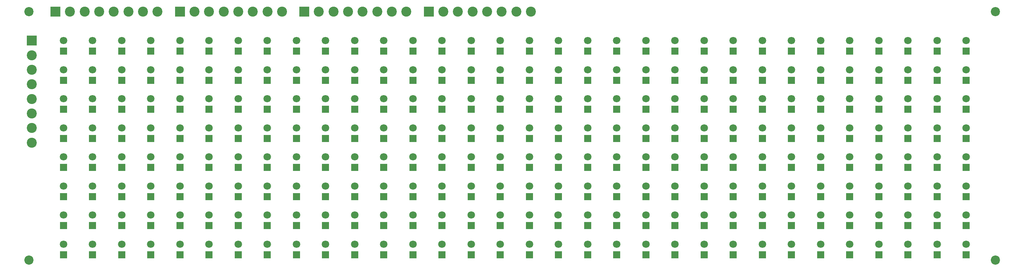
<source format=gbs>
G04 #@! TF.GenerationSoftware,KiCad,Pcbnew,(5.1.10)-1*
G04 #@! TF.CreationDate,2023-12-13T16:58:41-05:00*
G04 #@! TF.ProjectId,LED_Matrix_8x32_v2,4c45445f-4d61-4747-9269-785f38783332,rev?*
G04 #@! TF.SameCoordinates,Original*
G04 #@! TF.FileFunction,Soldermask,Bot*
G04 #@! TF.FilePolarity,Negative*
%FSLAX46Y46*%
G04 Gerber Fmt 4.6, Leading zero omitted, Abs format (unit mm)*
G04 Created by KiCad (PCBNEW (5.1.10)-1) date 2023-12-13 16:58:41*
%MOMM*%
%LPD*%
G01*
G04 APERTURE LIST*
%ADD10C,2.200000*%
%ADD11R,1.800000X1.800000*%
%ADD12C,1.800000*%
%ADD13C,2.400000*%
%ADD14R,2.400000X2.400000*%
G04 APERTURE END LIST*
D10*
G04 #@! TO.C,REF\u002A\u002A*
X247650000Y-16510000D03*
G04 #@! TD*
G04 #@! TO.C,REF\u002A\u002A*
X247650000Y-76200000D03*
G04 #@! TD*
G04 #@! TO.C,REF\u002A\u002A*
X15875000Y-76200000D03*
G04 #@! TD*
G04 #@! TO.C,REF\u002A\u002A*
X15875000Y-16510000D03*
G04 #@! TD*
D11*
G04 #@! TO.C,D256*
X240665000Y-74930000D03*
D12*
X240665000Y-72390000D03*
G04 #@! TD*
D11*
G04 #@! TO.C,D245*
X233680000Y-53975000D03*
D12*
X233680000Y-51435000D03*
G04 #@! TD*
D11*
G04 #@! TO.C,D244*
X233680000Y-46990000D03*
D12*
X233680000Y-44450000D03*
G04 #@! TD*
D11*
G04 #@! TO.C,D253*
X240665000Y-53975000D03*
D12*
X240665000Y-51435000D03*
G04 #@! TD*
D11*
G04 #@! TO.C,D255*
X240665000Y-67945000D03*
D12*
X240665000Y-65405000D03*
G04 #@! TD*
D11*
G04 #@! TO.C,D252*
X240665000Y-46990000D03*
D12*
X240665000Y-44450000D03*
G04 #@! TD*
D11*
G04 #@! TO.C,D246*
X233680000Y-60960000D03*
D12*
X233680000Y-58420000D03*
G04 #@! TD*
D11*
G04 #@! TO.C,D254*
X240665000Y-60960000D03*
D12*
X240665000Y-58420000D03*
G04 #@! TD*
D11*
G04 #@! TO.C,D248*
X233680000Y-74930000D03*
D12*
X233680000Y-72390000D03*
G04 #@! TD*
D11*
G04 #@! TO.C,D247*
X233680000Y-67945000D03*
D12*
X233680000Y-65405000D03*
G04 #@! TD*
D11*
G04 #@! TO.C,D250*
X240665000Y-33020000D03*
D12*
X240665000Y-30480000D03*
G04 #@! TD*
D11*
G04 #@! TO.C,D251*
X240665000Y-40005000D03*
D12*
X240665000Y-37465000D03*
G04 #@! TD*
D11*
G04 #@! TO.C,D134*
X135890000Y-60960000D03*
D12*
X135890000Y-58420000D03*
G04 #@! TD*
D11*
G04 #@! TO.C,D133*
X135890000Y-53975000D03*
D12*
X135890000Y-51435000D03*
G04 #@! TD*
D11*
G04 #@! TO.C,D132*
X135890000Y-46990000D03*
D12*
X135890000Y-44450000D03*
G04 #@! TD*
D11*
G04 #@! TO.C,D131*
X135890000Y-40005000D03*
D12*
X135890000Y-37465000D03*
G04 #@! TD*
D11*
G04 #@! TO.C,D127*
X128905000Y-67945000D03*
D12*
X128905000Y-65405000D03*
G04 #@! TD*
D11*
G04 #@! TO.C,D126*
X128905000Y-60960000D03*
D12*
X128905000Y-58420000D03*
G04 #@! TD*
D11*
G04 #@! TO.C,D135*
X135890000Y-67945000D03*
D12*
X135890000Y-65405000D03*
G04 #@! TD*
D11*
G04 #@! TO.C,D124*
X128905000Y-46990000D03*
D12*
X128905000Y-44450000D03*
G04 #@! TD*
D11*
G04 #@! TO.C,D119*
X121920000Y-67945000D03*
D12*
X121920000Y-65405000D03*
G04 #@! TD*
D11*
G04 #@! TO.C,D122*
X128905000Y-33020000D03*
D12*
X128905000Y-30480000D03*
G04 #@! TD*
D11*
G04 #@! TO.C,D118*
X121920000Y-60960000D03*
D12*
X121920000Y-58420000D03*
G04 #@! TD*
D11*
G04 #@! TO.C,D130*
X135890000Y-33020000D03*
D12*
X135890000Y-30480000D03*
G04 #@! TD*
D11*
G04 #@! TO.C,D120*
X121920000Y-74930000D03*
D12*
X121920000Y-72390000D03*
G04 #@! TD*
D11*
G04 #@! TO.C,D125*
X128905000Y-53975000D03*
D12*
X128905000Y-51435000D03*
G04 #@! TD*
D11*
G04 #@! TO.C,D128*
X128905000Y-74930000D03*
D12*
X128905000Y-72390000D03*
G04 #@! TD*
D11*
G04 #@! TO.C,D123*
X128905000Y-40005000D03*
D12*
X128905000Y-37465000D03*
G04 #@! TD*
D11*
G04 #@! TO.C,D158*
X156845000Y-60960000D03*
D12*
X156845000Y-58420000D03*
G04 #@! TD*
D11*
G04 #@! TO.C,D157*
X156845000Y-53975000D03*
D12*
X156845000Y-51435000D03*
G04 #@! TD*
D11*
G04 #@! TO.C,D163*
X163830000Y-40005000D03*
D12*
X163830000Y-37465000D03*
G04 #@! TD*
D11*
G04 #@! TO.C,D168*
X163830000Y-74930000D03*
D12*
X163830000Y-72390000D03*
G04 #@! TD*
D11*
G04 #@! TO.C,D156*
X156845000Y-46990000D03*
D12*
X156845000Y-44450000D03*
G04 #@! TD*
D11*
G04 #@! TO.C,D171*
X170815000Y-40005000D03*
D12*
X170815000Y-37465000D03*
G04 #@! TD*
D11*
G04 #@! TO.C,D167*
X163830000Y-67945000D03*
D12*
X163830000Y-65405000D03*
G04 #@! TD*
D11*
G04 #@! TO.C,D160*
X156845000Y-74930000D03*
D12*
X156845000Y-72390000D03*
G04 #@! TD*
D11*
G04 #@! TO.C,D166*
X163830000Y-60960000D03*
D12*
X163830000Y-58420000D03*
G04 #@! TD*
D11*
G04 #@! TO.C,D162*
X163830000Y-33020000D03*
D12*
X163830000Y-30480000D03*
G04 #@! TD*
D11*
G04 #@! TO.C,D159*
X156845000Y-67945000D03*
D12*
X156845000Y-65405000D03*
G04 #@! TD*
D11*
G04 #@! TO.C,D155*
X156845000Y-40005000D03*
D12*
X156845000Y-37465000D03*
G04 #@! TD*
D11*
G04 #@! TO.C,D154*
X156845000Y-33020000D03*
D12*
X156845000Y-30480000D03*
G04 #@! TD*
D11*
G04 #@! TO.C,D164*
X163830000Y-46990000D03*
D12*
X163830000Y-44450000D03*
G04 #@! TD*
D11*
G04 #@! TO.C,D165*
X163830000Y-53975000D03*
D12*
X163830000Y-51435000D03*
G04 #@! TD*
D11*
G04 #@! TO.C,D170*
X170815000Y-33020000D03*
D12*
X170815000Y-30480000D03*
G04 #@! TD*
D11*
G04 #@! TO.C,D141*
X142875000Y-53975000D03*
D12*
X142875000Y-51435000D03*
G04 #@! TD*
D11*
G04 #@! TO.C,D152*
X149860000Y-74930000D03*
D12*
X149860000Y-72390000D03*
G04 #@! TD*
D11*
G04 #@! TO.C,D140*
X142875000Y-46990000D03*
D12*
X142875000Y-44450000D03*
G04 #@! TD*
D11*
G04 #@! TO.C,D139*
X142875000Y-40005000D03*
D12*
X142875000Y-37465000D03*
G04 #@! TD*
D11*
G04 #@! TO.C,D147*
X149860000Y-40005000D03*
D12*
X149860000Y-37465000D03*
G04 #@! TD*
D11*
G04 #@! TO.C,D149*
X149860000Y-53975000D03*
D12*
X149860000Y-51435000D03*
G04 #@! TD*
D11*
G04 #@! TO.C,D138*
X142875000Y-33020000D03*
D12*
X142875000Y-30480000D03*
G04 #@! TD*
D11*
G04 #@! TO.C,D136*
X135890000Y-74930000D03*
D12*
X135890000Y-72390000D03*
G04 #@! TD*
D11*
G04 #@! TO.C,D150*
X149860000Y-60960000D03*
D12*
X149860000Y-58420000D03*
G04 #@! TD*
D11*
G04 #@! TO.C,D148*
X149860000Y-46990000D03*
D12*
X149860000Y-44450000D03*
G04 #@! TD*
D11*
G04 #@! TO.C,D146*
X149860000Y-33020000D03*
D12*
X149860000Y-30480000D03*
G04 #@! TD*
D11*
G04 #@! TO.C,D144*
X142875000Y-74930000D03*
D12*
X142875000Y-72390000D03*
G04 #@! TD*
D11*
G04 #@! TO.C,D143*
X142769000Y-67945000D03*
D12*
X142769000Y-65405000D03*
G04 #@! TD*
D11*
G04 #@! TO.C,D142*
X142875000Y-60960000D03*
D12*
X142875000Y-58420000D03*
G04 #@! TD*
D11*
G04 #@! TO.C,D151*
X149860000Y-67945000D03*
D12*
X149860000Y-65405000D03*
G04 #@! TD*
D11*
G04 #@! TO.C,D183*
X177800000Y-67945000D03*
D12*
X177800000Y-65405000D03*
G04 #@! TD*
D11*
G04 #@! TO.C,D189*
X184785000Y-53975000D03*
D12*
X184785000Y-51435000D03*
G04 #@! TD*
D11*
G04 #@! TO.C,D188*
X184785000Y-46990000D03*
D12*
X184785000Y-44450000D03*
G04 #@! TD*
D11*
G04 #@! TO.C,D182*
X177800000Y-60960000D03*
D12*
X177800000Y-58420000D03*
G04 #@! TD*
D11*
G04 #@! TO.C,D181*
X177800000Y-53975000D03*
D12*
X177800000Y-51435000D03*
G04 #@! TD*
D11*
G04 #@! TO.C,D187*
X184785000Y-40005000D03*
D12*
X184785000Y-37465000D03*
G04 #@! TD*
D11*
G04 #@! TO.C,D180*
X177800000Y-46990000D03*
D12*
X177800000Y-44450000D03*
G04 #@! TD*
D11*
G04 #@! TO.C,D179*
X177800000Y-40005000D03*
D12*
X177800000Y-37465000D03*
G04 #@! TD*
D11*
G04 #@! TO.C,D178*
X177800000Y-33020000D03*
D12*
X177800000Y-30480000D03*
G04 #@! TD*
D11*
G04 #@! TO.C,D176*
X170815000Y-74930000D03*
D12*
X170815000Y-72390000D03*
G04 #@! TD*
D11*
G04 #@! TO.C,D175*
X170815000Y-67945000D03*
D12*
X170815000Y-65405000D03*
G04 #@! TD*
D11*
G04 #@! TO.C,D174*
X170815000Y-60960000D03*
D12*
X170815000Y-58420000D03*
G04 #@! TD*
D11*
G04 #@! TO.C,D173*
X170815000Y-53975000D03*
D12*
X170815000Y-51435000D03*
G04 #@! TD*
D11*
G04 #@! TO.C,D172*
X170815000Y-46990000D03*
D12*
X170815000Y-44450000D03*
G04 #@! TD*
D11*
G04 #@! TO.C,D186*
X184785000Y-33020000D03*
D12*
X184785000Y-30480000D03*
G04 #@! TD*
D11*
G04 #@! TO.C,D184*
X177800000Y-74930000D03*
D12*
X177800000Y-72390000D03*
G04 #@! TD*
D11*
G04 #@! TO.C,D92*
X100965000Y-46990000D03*
D12*
X100965000Y-44450000D03*
G04 #@! TD*
D11*
G04 #@! TO.C,D115*
X121920000Y-40005000D03*
D12*
X121920000Y-37465000D03*
G04 #@! TD*
D11*
G04 #@! TO.C,D87*
X93980000Y-67945000D03*
D12*
X93980000Y-65405000D03*
G04 #@! TD*
D11*
G04 #@! TO.C,D86*
X93980000Y-60960000D03*
D12*
X93980000Y-58420000D03*
G04 #@! TD*
D11*
G04 #@! TO.C,D108*
X114935000Y-46990000D03*
D12*
X114935000Y-44450000D03*
G04 #@! TD*
D11*
G04 #@! TO.C,D84*
X93980000Y-46990000D03*
D12*
X93980000Y-44450000D03*
G04 #@! TD*
D11*
G04 #@! TO.C,D111*
X114935000Y-67945000D03*
D12*
X114935000Y-65405000D03*
G04 #@! TD*
D11*
G04 #@! TO.C,D106*
X114935000Y-33020000D03*
D12*
X114935000Y-30480000D03*
G04 #@! TD*
D11*
G04 #@! TO.C,D98*
X107950000Y-33020000D03*
D12*
X107950000Y-30480000D03*
G04 #@! TD*
D11*
G04 #@! TO.C,D90*
X100965000Y-33020000D03*
D12*
X100965000Y-30480000D03*
G04 #@! TD*
D11*
G04 #@! TO.C,D93*
X100965000Y-53975000D03*
D12*
X100965000Y-51435000D03*
G04 #@! TD*
D11*
G04 #@! TO.C,D104*
X107950000Y-74930000D03*
D12*
X107950000Y-72390000D03*
G04 #@! TD*
D11*
G04 #@! TO.C,D110*
X114935000Y-60960000D03*
D12*
X114935000Y-58420000D03*
G04 #@! TD*
D11*
G04 #@! TO.C,D102*
X107950000Y-60960000D03*
D12*
X107950000Y-58420000D03*
G04 #@! TD*
D11*
G04 #@! TO.C,D101*
X107950000Y-53975000D03*
D12*
X107950000Y-51435000D03*
G04 #@! TD*
D11*
G04 #@! TO.C,D117*
X121920000Y-53975000D03*
D12*
X121920000Y-51435000D03*
G04 #@! TD*
D11*
G04 #@! TO.C,D107*
X114935000Y-40005000D03*
D12*
X114935000Y-37465000D03*
G04 #@! TD*
D11*
G04 #@! TO.C,D85*
X93980000Y-53975000D03*
D12*
X93980000Y-51435000D03*
G04 #@! TD*
D11*
G04 #@! TO.C,D83*
X93980000Y-40005000D03*
D12*
X93980000Y-37465000D03*
G04 #@! TD*
D11*
G04 #@! TO.C,D82*
X93980000Y-33020000D03*
D12*
X93980000Y-30480000D03*
G04 #@! TD*
D11*
G04 #@! TO.C,D116*
X121920000Y-46990000D03*
D12*
X121920000Y-44450000D03*
G04 #@! TD*
D11*
G04 #@! TO.C,D100*
X107950000Y-46990000D03*
D12*
X107950000Y-44450000D03*
G04 #@! TD*
D11*
G04 #@! TO.C,D96*
X100965000Y-74930000D03*
D12*
X100965000Y-72390000D03*
G04 #@! TD*
D11*
G04 #@! TO.C,D94*
X100965000Y-60960000D03*
D12*
X100965000Y-58420000D03*
G04 #@! TD*
D11*
G04 #@! TO.C,D95*
X100965000Y-67945000D03*
D12*
X100965000Y-65405000D03*
G04 #@! TD*
D11*
G04 #@! TO.C,D114*
X121920000Y-33020000D03*
D12*
X121920000Y-30480000D03*
G04 #@! TD*
D11*
G04 #@! TO.C,D91*
X100965000Y-40005000D03*
D12*
X100965000Y-37465000D03*
G04 #@! TD*
D11*
G04 #@! TO.C,D112*
X114935000Y-74930000D03*
D12*
X114935000Y-72390000D03*
G04 #@! TD*
D11*
G04 #@! TO.C,D109*
X114935000Y-53975000D03*
D12*
X114935000Y-51435000D03*
G04 #@! TD*
D11*
G04 #@! TO.C,D103*
X107950000Y-67945000D03*
D12*
X107950000Y-65405000D03*
G04 #@! TD*
D11*
G04 #@! TO.C,D99*
X107950000Y-40005000D03*
D12*
X107950000Y-37465000D03*
G04 #@! TD*
D11*
G04 #@! TO.C,D88*
X93980000Y-74930000D03*
D12*
X93980000Y-72390000D03*
G04 #@! TD*
D11*
G04 #@! TO.C,D203*
X198755000Y-40005000D03*
D12*
X198755000Y-37465000D03*
G04 #@! TD*
D11*
G04 #@! TO.C,D204*
X198755000Y-46990000D03*
D12*
X198755000Y-44450000D03*
G04 #@! TD*
D11*
G04 #@! TO.C,D200*
X191770000Y-74930000D03*
D12*
X191770000Y-72390000D03*
G04 #@! TD*
D11*
G04 #@! TO.C,D206*
X198755000Y-60960000D03*
D12*
X198755000Y-58420000D03*
G04 #@! TD*
D11*
G04 #@! TO.C,D205*
X198755000Y-53975000D03*
D12*
X198755000Y-51435000D03*
G04 #@! TD*
D11*
G04 #@! TO.C,D198*
X191770000Y-60960000D03*
D12*
X191770000Y-58420000D03*
G04 #@! TD*
D11*
G04 #@! TO.C,D192*
X184785000Y-74930000D03*
D12*
X184785000Y-72390000D03*
G04 #@! TD*
D11*
G04 #@! TO.C,D191*
X184785000Y-67945000D03*
D12*
X184785000Y-65405000D03*
G04 #@! TD*
D11*
G04 #@! TO.C,D202*
X198755000Y-33020000D03*
D12*
X198755000Y-30480000D03*
G04 #@! TD*
D11*
G04 #@! TO.C,D190*
X184785000Y-60960000D03*
D12*
X184785000Y-58420000D03*
G04 #@! TD*
D11*
G04 #@! TO.C,D199*
X191770000Y-67945000D03*
D12*
X191770000Y-65405000D03*
G04 #@! TD*
D11*
G04 #@! TO.C,D197*
X191770000Y-53975000D03*
D12*
X191770000Y-51435000D03*
G04 #@! TD*
D11*
G04 #@! TO.C,D196*
X191770000Y-46990000D03*
D12*
X191770000Y-44450000D03*
G04 #@! TD*
D11*
G04 #@! TO.C,D195*
X191770000Y-40005000D03*
D12*
X191770000Y-37465000D03*
G04 #@! TD*
D11*
G04 #@! TO.C,D194*
X191770000Y-33020000D03*
D12*
X191770000Y-30480000D03*
G04 #@! TD*
D11*
G04 #@! TO.C,D207*
X198755000Y-67945000D03*
D12*
X198755000Y-65405000D03*
G04 #@! TD*
D11*
G04 #@! TO.C,D61*
X73025000Y-53975000D03*
D12*
X73025000Y-51435000D03*
G04 #@! TD*
D11*
G04 #@! TO.C,D66*
X80010000Y-33020000D03*
D12*
X80010000Y-30480000D03*
G04 #@! TD*
D11*
G04 #@! TO.C,D54*
X66040000Y-60960000D03*
D12*
X66040000Y-58420000D03*
G04 #@! TD*
D11*
G04 #@! TO.C,D53*
X66040000Y-53975000D03*
D12*
X66040000Y-51435000D03*
G04 #@! TD*
D11*
G04 #@! TO.C,D58*
X73025000Y-33020000D03*
D12*
X73025000Y-30480000D03*
G04 #@! TD*
D11*
G04 #@! TO.C,D51*
X66040000Y-40005000D03*
D12*
X66040000Y-37465000D03*
G04 #@! TD*
D11*
G04 #@! TO.C,D64*
X73025000Y-74930000D03*
D12*
X73025000Y-72390000D03*
G04 #@! TD*
D11*
G04 #@! TO.C,D74*
X86995000Y-33020000D03*
D12*
X86995000Y-30480000D03*
G04 #@! TD*
D11*
G04 #@! TO.C,D67*
X80010000Y-40005000D03*
D12*
X80010000Y-37465000D03*
G04 #@! TD*
D11*
G04 #@! TO.C,D80*
X86995000Y-74930000D03*
D12*
X86995000Y-72390000D03*
G04 #@! TD*
D11*
G04 #@! TO.C,D77*
X86995000Y-53975000D03*
D12*
X86995000Y-51435000D03*
G04 #@! TD*
D11*
G04 #@! TO.C,D72*
X80010000Y-74930000D03*
D12*
X80010000Y-72390000D03*
G04 #@! TD*
D11*
G04 #@! TO.C,D55*
X66040000Y-67945000D03*
D12*
X66040000Y-65405000D03*
G04 #@! TD*
D11*
G04 #@! TO.C,D70*
X80010000Y-60960000D03*
D12*
X80010000Y-58420000D03*
G04 #@! TD*
D11*
G04 #@! TO.C,D56*
X66040000Y-74930000D03*
D12*
X66040000Y-72390000D03*
G04 #@! TD*
D11*
G04 #@! TO.C,D52*
X66040000Y-46990000D03*
D12*
X66040000Y-44450000D03*
G04 #@! TD*
D11*
G04 #@! TO.C,D50*
X66040000Y-33020000D03*
D12*
X66040000Y-30480000D03*
G04 #@! TD*
D11*
G04 #@! TO.C,D75*
X86995000Y-40005000D03*
D12*
X86995000Y-37465000D03*
G04 #@! TD*
D11*
G04 #@! TO.C,D62*
X73025000Y-60960000D03*
D12*
X73025000Y-58420000D03*
G04 #@! TD*
D11*
G04 #@! TO.C,D78*
X86995000Y-60960000D03*
D12*
X86995000Y-58420000D03*
G04 #@! TD*
D11*
G04 #@! TO.C,D60*
X73025000Y-46990000D03*
D12*
X73025000Y-44450000D03*
G04 #@! TD*
D11*
G04 #@! TO.C,D76*
X86995000Y-46990000D03*
D12*
X86995000Y-44450000D03*
G04 #@! TD*
D11*
G04 #@! TO.C,D69*
X80010000Y-53975000D03*
D12*
X80010000Y-51435000D03*
G04 #@! TD*
D11*
G04 #@! TO.C,D63*
X73025000Y-67945000D03*
D12*
X73025000Y-65405000D03*
G04 #@! TD*
D11*
G04 #@! TO.C,D59*
X73025000Y-40005000D03*
D12*
X73025000Y-37465000D03*
G04 #@! TD*
D11*
G04 #@! TO.C,D71*
X80010000Y-67945000D03*
D12*
X80010000Y-65405000D03*
G04 #@! TD*
D11*
G04 #@! TO.C,D79*
X86995000Y-67945000D03*
D12*
X86995000Y-65405000D03*
G04 #@! TD*
D11*
G04 #@! TO.C,D68*
X80010000Y-46990000D03*
D12*
X80010000Y-44450000D03*
G04 #@! TD*
D11*
G04 #@! TO.C,D239*
X226695000Y-67945000D03*
D12*
X226695000Y-65405000D03*
G04 #@! TD*
D11*
G04 #@! TO.C,D238*
X226695000Y-60960000D03*
D12*
X226695000Y-58420000D03*
G04 #@! TD*
D11*
G04 #@! TO.C,D237*
X226695000Y-53975000D03*
D12*
X226695000Y-51435000D03*
G04 #@! TD*
D11*
G04 #@! TO.C,D236*
X226695000Y-46990000D03*
D12*
X226695000Y-44450000D03*
G04 #@! TD*
D11*
G04 #@! TO.C,D232*
X219710000Y-74930000D03*
D12*
X219710000Y-72390000D03*
G04 #@! TD*
D11*
G04 #@! TO.C,D235*
X226695000Y-40005000D03*
D12*
X226695000Y-37465000D03*
G04 #@! TD*
D11*
G04 #@! TO.C,D234*
X226695000Y-33020000D03*
D12*
X226695000Y-30480000D03*
G04 #@! TD*
D11*
G04 #@! TO.C,D231*
X219710000Y-67945000D03*
D12*
X219710000Y-65405000D03*
G04 #@! TD*
D11*
G04 #@! TO.C,D230*
X219710000Y-60960000D03*
D12*
X219710000Y-58420000D03*
G04 #@! TD*
D11*
G04 #@! TO.C,D229*
X219710000Y-53975000D03*
D12*
X219710000Y-51435000D03*
G04 #@! TD*
D11*
G04 #@! TO.C,D228*
X219710000Y-46990000D03*
D12*
X219710000Y-44450000D03*
G04 #@! TD*
D11*
G04 #@! TO.C,D227*
X219710000Y-40005000D03*
D12*
X219710000Y-37465000D03*
G04 #@! TD*
D11*
G04 #@! TO.C,D226*
X219710000Y-33020000D03*
D12*
X219710000Y-30480000D03*
G04 #@! TD*
D11*
G04 #@! TO.C,D243*
X233680000Y-40005000D03*
D12*
X233680000Y-37465000D03*
G04 #@! TD*
D11*
G04 #@! TO.C,D242*
X233680000Y-33020000D03*
D12*
X233680000Y-30480000D03*
G04 #@! TD*
D11*
G04 #@! TO.C,D240*
X226695000Y-74930000D03*
D12*
X226695000Y-72390000D03*
G04 #@! TD*
D11*
G04 #@! TO.C,D210*
X205740000Y-33020000D03*
D12*
X205740000Y-30480000D03*
G04 #@! TD*
D11*
G04 #@! TO.C,D215*
X205740000Y-67945000D03*
D12*
X205740000Y-65405000D03*
G04 #@! TD*
D11*
G04 #@! TO.C,D218*
X212725000Y-33020000D03*
D12*
X212725000Y-30480000D03*
G04 #@! TD*
D11*
G04 #@! TO.C,D220*
X212725000Y-46990000D03*
D12*
X212725000Y-44450000D03*
G04 #@! TD*
D11*
G04 #@! TO.C,D212*
X205740000Y-46990000D03*
D12*
X205740000Y-44450000D03*
G04 #@! TD*
D11*
G04 #@! TO.C,D222*
X212725000Y-60960000D03*
D12*
X212725000Y-58420000D03*
G04 #@! TD*
D11*
G04 #@! TO.C,D211*
X205740000Y-40005000D03*
D12*
X205740000Y-37465000D03*
G04 #@! TD*
D11*
G04 #@! TO.C,D208*
X198755000Y-74930000D03*
D12*
X198755000Y-72390000D03*
G04 #@! TD*
D11*
G04 #@! TO.C,D219*
X212725000Y-40005000D03*
D12*
X212725000Y-37465000D03*
G04 #@! TD*
D11*
G04 #@! TO.C,D221*
X212725000Y-53975000D03*
D12*
X212725000Y-51435000D03*
G04 #@! TD*
D11*
G04 #@! TO.C,D216*
X205740000Y-74930000D03*
D12*
X205740000Y-72390000D03*
G04 #@! TD*
D11*
G04 #@! TO.C,D213*
X205740000Y-53975000D03*
D12*
X205740000Y-51435000D03*
G04 #@! TD*
D11*
G04 #@! TO.C,D224*
X212725000Y-74930000D03*
D12*
X212725000Y-72390000D03*
G04 #@! TD*
D11*
G04 #@! TO.C,D223*
X212725000Y-67945000D03*
D12*
X212725000Y-65405000D03*
G04 #@! TD*
D11*
G04 #@! TO.C,D214*
X205740000Y-60960000D03*
D12*
X205740000Y-58420000D03*
G04 #@! TD*
D13*
G04 #@! TO.C,J8*
X46725000Y-16510000D03*
X43225000Y-16510000D03*
X39725000Y-16510000D03*
X36225000Y-16510000D03*
X32725000Y-16510000D03*
X29225000Y-16510000D03*
X25725000Y-16510000D03*
D14*
X22225000Y-16510000D03*
G04 #@! TD*
D13*
G04 #@! TO.C,J11*
X136260000Y-16510000D03*
X132760000Y-16510000D03*
X129260000Y-16510000D03*
X125760000Y-16510000D03*
X122260000Y-16510000D03*
X118760000Y-16510000D03*
X115260000Y-16510000D03*
D14*
X111760000Y-16510000D03*
G04 #@! TD*
D13*
G04 #@! TO.C,J10*
X106415000Y-16510000D03*
X102915000Y-16510000D03*
X99415000Y-16510000D03*
X95915000Y-16510000D03*
X92415000Y-16510000D03*
X88915000Y-16510000D03*
X85415000Y-16510000D03*
D14*
X81915000Y-16510000D03*
G04 #@! TD*
D13*
G04 #@! TO.C,J9*
X76570000Y-16510000D03*
X73070000Y-16510000D03*
X69570000Y-16510000D03*
X66070000Y-16510000D03*
X62570000Y-16510000D03*
X59070000Y-16510000D03*
X55570000Y-16510000D03*
D14*
X52070000Y-16510000D03*
G04 #@! TD*
D13*
G04 #@! TO.C,J7*
X16510000Y-47995000D03*
X16510000Y-44495000D03*
X16510000Y-40995000D03*
X16510000Y-37495000D03*
X16510000Y-33995000D03*
X16510000Y-30495000D03*
X16510000Y-26995000D03*
D14*
X16510000Y-23495000D03*
G04 #@! TD*
D11*
G04 #@! TO.C,D249*
X240665000Y-26035000D03*
D12*
X240665000Y-23495000D03*
G04 #@! TD*
D11*
G04 #@! TO.C,D241*
X233680000Y-26035000D03*
D12*
X233680000Y-23495000D03*
G04 #@! TD*
D11*
G04 #@! TO.C,D233*
X226695000Y-26035000D03*
D12*
X226695000Y-23495000D03*
G04 #@! TD*
D11*
G04 #@! TO.C,D225*
X219710000Y-26035000D03*
D12*
X219710000Y-23495000D03*
G04 #@! TD*
D11*
G04 #@! TO.C,D217*
X212725000Y-26035000D03*
D12*
X212725000Y-23495000D03*
G04 #@! TD*
D11*
G04 #@! TO.C,D209*
X205740000Y-26035000D03*
D12*
X205740000Y-23495000D03*
G04 #@! TD*
D11*
G04 #@! TO.C,D201*
X198755000Y-26035000D03*
D12*
X198755000Y-23495000D03*
G04 #@! TD*
D11*
G04 #@! TO.C,D193*
X191770000Y-26035000D03*
D12*
X191770000Y-23495000D03*
G04 #@! TD*
D11*
G04 #@! TO.C,D185*
X184785000Y-26035000D03*
D12*
X184785000Y-23495000D03*
G04 #@! TD*
D11*
G04 #@! TO.C,D177*
X177800000Y-26035000D03*
D12*
X177800000Y-23495000D03*
G04 #@! TD*
D11*
G04 #@! TO.C,D169*
X170815000Y-26035000D03*
D12*
X170815000Y-23495000D03*
G04 #@! TD*
D11*
G04 #@! TO.C,D161*
X163830000Y-26035000D03*
D12*
X163830000Y-23495000D03*
G04 #@! TD*
D11*
G04 #@! TO.C,D153*
X156845000Y-26035000D03*
D12*
X156845000Y-23495000D03*
G04 #@! TD*
D11*
G04 #@! TO.C,D145*
X149860000Y-26035000D03*
D12*
X149860000Y-23495000D03*
G04 #@! TD*
D11*
G04 #@! TO.C,D137*
X142875000Y-26035000D03*
D12*
X142875000Y-23495000D03*
G04 #@! TD*
D11*
G04 #@! TO.C,D129*
X135890000Y-26035000D03*
D12*
X135890000Y-23495000D03*
G04 #@! TD*
D11*
G04 #@! TO.C,D121*
X128905000Y-26035000D03*
D12*
X128905000Y-23495000D03*
G04 #@! TD*
D11*
G04 #@! TO.C,D113*
X121920000Y-26035000D03*
D12*
X121920000Y-23495000D03*
G04 #@! TD*
D11*
G04 #@! TO.C,D105*
X114935000Y-26035000D03*
D12*
X114935000Y-23495000D03*
G04 #@! TD*
D11*
G04 #@! TO.C,D97*
X107950000Y-26035000D03*
D12*
X107950000Y-23495000D03*
G04 #@! TD*
D11*
G04 #@! TO.C,D89*
X100965000Y-26035000D03*
D12*
X100965000Y-23495000D03*
G04 #@! TD*
D11*
G04 #@! TO.C,D81*
X93980000Y-26035000D03*
D12*
X93980000Y-23495000D03*
G04 #@! TD*
D11*
G04 #@! TO.C,D73*
X86995000Y-26035000D03*
D12*
X86995000Y-23495000D03*
G04 #@! TD*
D11*
G04 #@! TO.C,D65*
X80010000Y-26035000D03*
D12*
X80010000Y-23495000D03*
G04 #@! TD*
D11*
G04 #@! TO.C,D57*
X73025000Y-26035000D03*
D12*
X73025000Y-23495000D03*
G04 #@! TD*
D11*
G04 #@! TO.C,D49*
X66040000Y-26035000D03*
D12*
X66040000Y-23495000D03*
G04 #@! TD*
D11*
G04 #@! TO.C,D48*
X59055000Y-74930000D03*
D12*
X59055000Y-72390000D03*
G04 #@! TD*
G04 #@! TO.C,D47*
X59055000Y-65405000D03*
D11*
X59055000Y-67945000D03*
G04 #@! TD*
G04 #@! TO.C,D46*
X59055000Y-60960000D03*
D12*
X59055000Y-58420000D03*
G04 #@! TD*
D11*
G04 #@! TO.C,D45*
X59055000Y-53975000D03*
D12*
X59055000Y-51435000D03*
G04 #@! TD*
D11*
G04 #@! TO.C,D44*
X59055000Y-46990000D03*
D12*
X59055000Y-44450000D03*
G04 #@! TD*
D11*
G04 #@! TO.C,D43*
X59055000Y-40005000D03*
D12*
X59055000Y-37465000D03*
G04 #@! TD*
D11*
G04 #@! TO.C,D42*
X59055000Y-33020000D03*
D12*
X59055000Y-30480000D03*
G04 #@! TD*
D11*
G04 #@! TO.C,D41*
X59055000Y-26035000D03*
D12*
X59055000Y-23495000D03*
G04 #@! TD*
D11*
G04 #@! TO.C,D40*
X52070000Y-74930000D03*
D12*
X52070000Y-72390000D03*
G04 #@! TD*
D11*
G04 #@! TO.C,D39*
X52070000Y-67945000D03*
D12*
X52070000Y-65405000D03*
G04 #@! TD*
D11*
G04 #@! TO.C,D38*
X52070000Y-60960000D03*
D12*
X52070000Y-58420000D03*
G04 #@! TD*
D11*
G04 #@! TO.C,D37*
X52070000Y-53975000D03*
D12*
X52070000Y-51435000D03*
G04 #@! TD*
D11*
G04 #@! TO.C,D36*
X52070000Y-46990000D03*
D12*
X52070000Y-44450000D03*
G04 #@! TD*
D11*
G04 #@! TO.C,D35*
X52070000Y-40005000D03*
D12*
X52070000Y-37465000D03*
G04 #@! TD*
D11*
G04 #@! TO.C,D34*
X52070000Y-33020000D03*
D12*
X52070000Y-30480000D03*
G04 #@! TD*
D11*
G04 #@! TO.C,D33*
X52070000Y-26035000D03*
D12*
X52070000Y-23495000D03*
G04 #@! TD*
D11*
G04 #@! TO.C,D32*
X45085000Y-74930000D03*
D12*
X45085000Y-72390000D03*
G04 #@! TD*
D11*
G04 #@! TO.C,D31*
X45085000Y-67945000D03*
D12*
X45085000Y-65405000D03*
G04 #@! TD*
D11*
G04 #@! TO.C,D30*
X45085000Y-60960000D03*
D12*
X45085000Y-58420000D03*
G04 #@! TD*
D11*
G04 #@! TO.C,D29*
X45085000Y-53975000D03*
D12*
X45085000Y-51435000D03*
G04 #@! TD*
D11*
G04 #@! TO.C,D28*
X45085000Y-46990000D03*
D12*
X45085000Y-44450000D03*
G04 #@! TD*
D11*
G04 #@! TO.C,D27*
X45085000Y-40005000D03*
D12*
X45085000Y-37465000D03*
G04 #@! TD*
D11*
G04 #@! TO.C,D26*
X45085000Y-33020000D03*
D12*
X45085000Y-30480000D03*
G04 #@! TD*
D11*
G04 #@! TO.C,D25*
X45085000Y-26035000D03*
D12*
X45085000Y-23495000D03*
G04 #@! TD*
D11*
G04 #@! TO.C,D24*
X38100000Y-74930000D03*
D12*
X38100000Y-72390000D03*
G04 #@! TD*
D11*
G04 #@! TO.C,D23*
X38100000Y-67945000D03*
D12*
X38100000Y-65405000D03*
G04 #@! TD*
D11*
G04 #@! TO.C,D22*
X38100000Y-60960000D03*
D12*
X38100000Y-58420000D03*
G04 #@! TD*
D11*
G04 #@! TO.C,D21*
X38100000Y-53975000D03*
D12*
X38100000Y-51435000D03*
G04 #@! TD*
D11*
G04 #@! TO.C,D20*
X38100000Y-46990000D03*
D12*
X38100000Y-44450000D03*
G04 #@! TD*
D11*
G04 #@! TO.C,D19*
X38100000Y-40005000D03*
D12*
X38100000Y-37465000D03*
G04 #@! TD*
D11*
G04 #@! TO.C,D18*
X38100000Y-33020000D03*
D12*
X38100000Y-30480000D03*
G04 #@! TD*
D11*
G04 #@! TO.C,D17*
X38100000Y-26035000D03*
D12*
X38100000Y-23495000D03*
G04 #@! TD*
D11*
G04 #@! TO.C,D16*
X31115000Y-74930000D03*
D12*
X31115000Y-72390000D03*
G04 #@! TD*
D11*
G04 #@! TO.C,D15*
X31115000Y-67945000D03*
D12*
X31115000Y-65405000D03*
G04 #@! TD*
D11*
G04 #@! TO.C,D14*
X31115000Y-60960000D03*
D12*
X31115000Y-58420000D03*
G04 #@! TD*
D11*
G04 #@! TO.C,D13*
X31115000Y-53975000D03*
D12*
X31115000Y-51435000D03*
G04 #@! TD*
D11*
G04 #@! TO.C,D12*
X31115000Y-46990000D03*
D12*
X31115000Y-44450000D03*
G04 #@! TD*
D11*
G04 #@! TO.C,D11*
X31115000Y-40005000D03*
D12*
X31115000Y-37465000D03*
G04 #@! TD*
D11*
G04 #@! TO.C,D10*
X31115000Y-33020000D03*
D12*
X31115000Y-30480000D03*
G04 #@! TD*
D11*
G04 #@! TO.C,D9*
X31115000Y-26035000D03*
D12*
X31115000Y-23495000D03*
G04 #@! TD*
D11*
G04 #@! TO.C,D8*
X24130000Y-74930000D03*
D12*
X24130000Y-72390000D03*
G04 #@! TD*
D11*
G04 #@! TO.C,D7*
X24130000Y-67945000D03*
D12*
X24130000Y-65405000D03*
G04 #@! TD*
D11*
G04 #@! TO.C,D6*
X24130000Y-60960000D03*
D12*
X24130000Y-58420000D03*
G04 #@! TD*
D11*
G04 #@! TO.C,D5*
X24130000Y-53975000D03*
D12*
X24130000Y-51435000D03*
G04 #@! TD*
D11*
G04 #@! TO.C,D4*
X24130000Y-46990000D03*
D12*
X24130000Y-44450000D03*
G04 #@! TD*
D11*
G04 #@! TO.C,D3*
X24130000Y-40005000D03*
D12*
X24130000Y-37465000D03*
G04 #@! TD*
D11*
G04 #@! TO.C,D2*
X24130000Y-33020000D03*
D12*
X24130000Y-30480000D03*
G04 #@! TD*
D11*
G04 #@! TO.C,D1*
X24130000Y-26035000D03*
D12*
X24130000Y-23495000D03*
G04 #@! TD*
M02*

</source>
